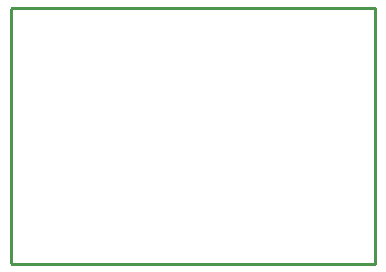
<source format=gko>
%FSLAX23Y23*%
%MOIN*%
G70*
G01*
G75*
G04 Layer_Color=16711935*
%ADD10R,0.118X0.059*%
%ADD11R,0.118X0.039*%
%ADD12R,0.020X0.024*%
%ADD13R,0.024X0.020*%
%ADD14C,0.010*%
%ADD15C,0.060*%
%ADD16C,0.236*%
%ADD17C,0.039*%
%ADD18C,0.005*%
%ADD19C,0.059*%
%ADD20C,0.006*%
%ADD21R,0.126X0.067*%
%ADD22R,0.126X0.047*%
%ADD23R,0.028X0.032*%
%ADD24R,0.032X0.028*%
%ADD25C,0.068*%
D14*
X10Y5D02*
X1220D01*
Y860D01*
X5Y10D02*
X10Y5D01*
X5Y10D02*
Y855D01*
X10Y860D01*
X1220D01*
M02*

</source>
